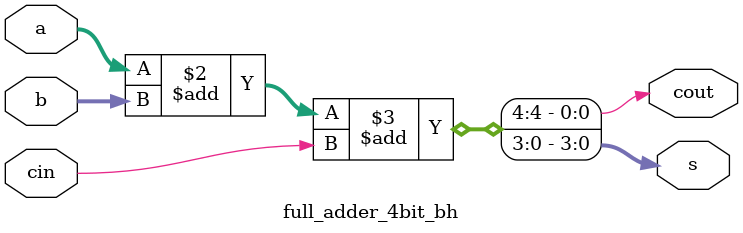
<source format=v>
module full_adder_4bit_bh(input [3:0] a, b, 
input cin, output reg [3:0]s, 
output reg cout);

always @(*) begin
    {cout,s} = a + b + cin;
end

endmodule
</source>
